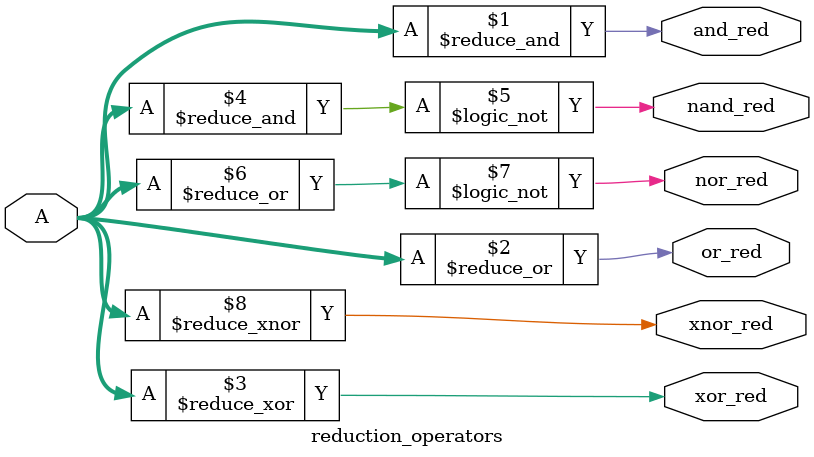
<source format=v>
module reduction_operators (
 input [3:0] A,
 output and_red, or_red, xor_red,
nand_red, nor_red, xnor_red
);
 assign and_red = &A;
 assign or_red = |A;
 assign xor_red = ^A;
 assign nand_red = ~&A;
 assign nor_red = ~|A;
 assign xnor_red = ~^A;
endmodule

</source>
